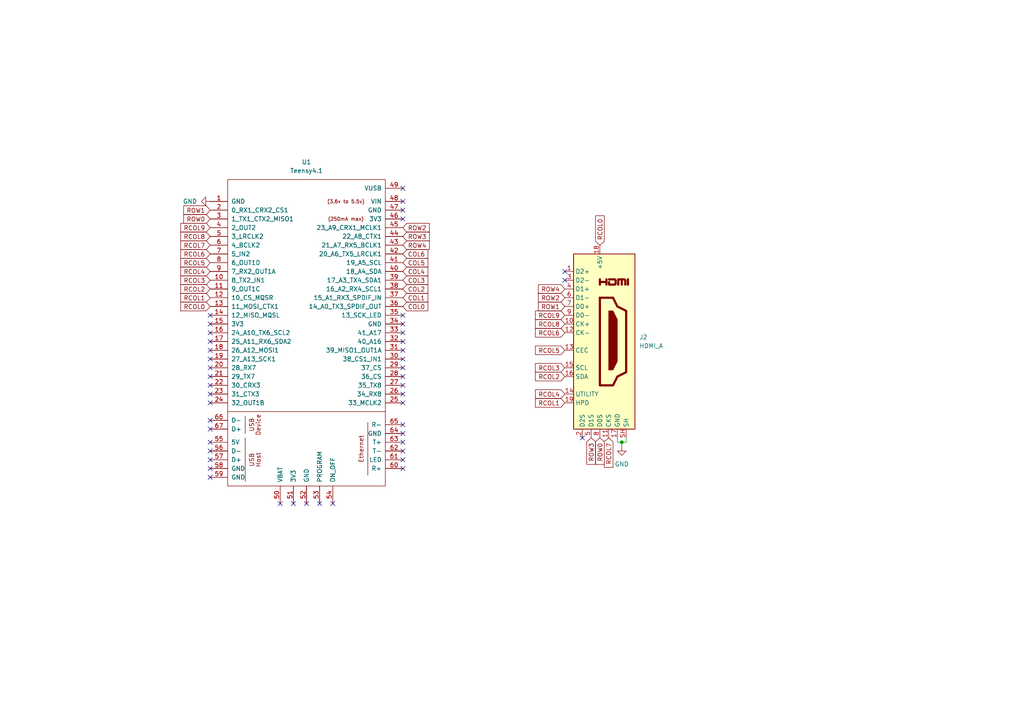
<source format=kicad_sch>
(kicad_sch (version 20231120) (generator "eeschema") (generator_version "8.0")
  (paper "A4")
  (lib_symbols
    (symbol "Connector:HDMI_A"
      (property "Reference" "J" (at -6.35 26.67 0))
      (property "Value" "HDMI_A" (at 10.16 26.67 0))
      (symbol "HDMI_A_0_0"
        (polyline (pts (xy 8.128 16.51) (xy 8.128 18.034)) (stroke (width 0.635)))
        (polyline (pts (xy 0 16.51) (xy 0 18.034) (xy 0 17.272) (xy 1.905 17.272) (xy 1.905 18.034) (xy 1.905 16.51)) (stroke (width 0.635)))
        (polyline (pts (xy 2.667 18.034) (xy 4.318 18.034) (xy 4.572 17.78) (xy 4.572 16.764) (xy 4.318 16.51) (xy 2.667 16.51) (xy 2.667 17.272)) (stroke (width 0.635)))
      )
      (symbol "HDMI_A_0_1"
        (rectangle (start -7.62 25.4) (end 10.16 -25.4) (stroke (width 0.254)) (fill (type background)))
        (polyline (pts (xy 2.54 8.89) (xy 3.81 8.89) (xy 5.08 6.35) (xy 5.08 -5.715) (xy 3.81 -8.255) (xy 2.54 -8.255) (xy 2.54 8.89)) (fill (type outline)))
        (polyline (pts (xy 5.334 16.51) (xy 5.334 18.034) (xy 6.35 18.034) (xy 6.35 16.51) (xy 6.35 18.034) (xy 7.112 18.034) (xy 7.366 17.78) (xy 7.366 16.51)) (stroke (width 0.635)))
        (polyline (pts (xy 0 12.7) (xy 0 -12.7) (xy 3.81 -12.7) (xy 5.08 -10.16) (xy 7.62 -8.89) (xy 7.62 8.89) (xy 5.08 10.16) (xy 3.81 12.7) (xy 0 12.7)) (stroke (width 0.635)))
      )
      (symbol "HDMI_A_1_1"
        (pin passive line (at -10.16 20.32 0) (length 2.54) (name "D2+") (number "1"))
        (pin passive line (at -10.16 5.08 0) (length 2.54) (name "CK+") (number "10"))
        (pin power_in line (at 2.54 -27.94 90) (length 2.54) (name "CKS") (number "11"))
        (pin passive line (at -10.16 2.54 0) (length 2.54) (name "CK-") (number "12"))
        (pin bidirectional line (at -10.16 -2.54 0) (length 2.54) (name "CEC") (number "13"))
        (pin passive line (at -10.16 -15.24 0) (length 2.54) (name "UTILITY") (number "14"))
        (pin passive line (at -10.16 -7.62 0) (length 2.54) (name "SCL") (number "15"))
        (pin bidirectional line (at -10.16 -10.16 0) (length 2.54) (name "SDA") (number "16"))
        (pin power_in line (at 5.08 -27.94 90) (length 2.54) (name "GND") (number "17"))
        (pin power_in line (at 0 27.94 270) (length 2.54) (name "+5V") (number "18"))
        (pin passive line (at -10.16 -17.78 0) (length 2.54) (name "HPD") (number "19"))
        (pin power_in line (at -5.08 -27.94 90) (length 2.54) (name "D2S") (number "2"))
        (pin passive line (at -10.16 17.78 0) (length 2.54) (name "D2-") (number "3"))
        (pin passive line (at -10.16 15.24 0) (length 2.54) (name "D1+") (number "4"))
        (pin power_in line (at -2.54 -27.94 90) (length 2.54) (name "D1S") (number "5"))
        (pin passive line (at -10.16 12.7 0) (length 2.54) (name "D1-") (number "6"))
        (pin passive line (at -10.16 10.16 0) (length 2.54) (name "D0+") (number "7"))
        (pin power_in line (at 0 -27.94 90) (length 2.54) (name "D0S") (number "8"))
        (pin passive line (at -10.16 7.62 0) (length 2.54) (name "D0-") (number "9"))
        (pin passive line (at 7.62 -27.94 90) (length 2.54) (name "SH") (number "SH"))
      )
    )
    (symbol "power:GND" (power) (pin_numbers hide) (pin_names (offset 0) hide)
      (property "Value" "GND" (at 0 -3.81 0))
      (symbol "GND_0_1"
        (polyline (pts (xy 0 0) (xy 0 -1.27) (xy 1.27 -1.27) (xy 0 -2.54) (xy -1.27 -1.27) (xy 0 -1.27)))
      )
      (symbol "GND_1_1"
        (pin power_in line (at 0 0 270) (length 0) (name "~") (number "1"))
      )
    )
    (symbol "teensy:Teensy4.1" (pin_names (offset 1.016))
      (property "Reference" "U" (at 0 64.77 0))
      (property "Value" "Teensy4.1" (at 0 62.23 0))
      (symbol "Teensy4.1_0_0"
        (polyline (pts (xy -22.86 -6.35) (xy 22.86 -6.35)))
        (polyline (pts (xy -17.78 -26.67) (xy -17.78 -13.97)))
        (polyline (pts (xy -17.78 -7.62) (xy -17.78 -12.7)))
        (polyline (pts (xy 17.78 -9.525) (xy 17.78 -24.765)))
        (text "(250mA max)" (at 11.43 49.53 0) (effects (font (size 1.016 1.016))))
        (text "(3.6v to 5.5v)" (at 11.43 54.61 0) (effects (font (size 1.016 1.016))))
        (text "Device" (at -13.97 -10.16 900) (effects (font (size 1.27 1.27))))
        (text "Ethernet" (at 15.875 -17.145 900) (effects (font (size 1.27 1.27))))
        (text "Host" (at -13.97 -20.32 900) (effects (font (size 1.27 1.27))))
        (text "USB" (at -15.875 -20.32 900) (effects (font (size 1.27 1.27))))
        (text "USB" (at -15.875 -10.16 900) (effects (font (size 1.27 1.27))))
        (pin bidirectional line (at -27.94 31.75 0) (length 5.08) (name "8_TX2_IN1") (number "10"))
        (pin bidirectional line (at -27.94 29.21 0) (length 5.08) (name "9_OUT1C") (number "11"))
        (pin bidirectional line (at -27.94 26.67 0) (length 5.08) (name "10_CS_MQSR") (number "12"))
        (pin bidirectional line (at -27.94 24.13 0) (length 5.08) (name "11_MOSI_CTX1") (number "13"))
        (pin bidirectional line (at -27.94 21.59 0) (length 5.08) (name "12_MISO_MQSL") (number "14"))
        (pin power_in line (at -27.94 19.05 0) (length 5.08) (name "3V3") (number "15"))
        (pin bidirectional line (at -27.94 16.51 0) (length 5.08) (name "24_A10_TX6_SCL2") (number "16"))
        (pin bidirectional line (at -27.94 13.97 0) (length 5.08) (name "25_A11_RX6_SDA2") (number "17"))
        (pin bidirectional line (at -27.94 11.43 0) (length 5.08) (name "26_A12_MOSI1") (number "18"))
        (pin bidirectional line (at -27.94 8.89 0) (length 5.08) (name "27_A13_SCK1") (number "19"))
        (pin bidirectional line (at -27.94 6.35 0) (length 5.08) (name "28_RX7") (number "20"))
        (pin bidirectional line (at -27.94 3.81 0) (length 5.08) (name "29_TX7") (number "21"))
        (pin bidirectional line (at -27.94 1.27 0) (length 5.08) (name "30_CRX3") (number "22"))
        (pin bidirectional line (at -27.94 -1.27 0) (length 5.08) (name "31_CTX3") (number "23"))
        (pin bidirectional line (at -27.94 -3.81 0) (length 5.08) (name "32_OUT1B") (number "24"))
        (pin bidirectional line (at 27.94 -3.81 180) (length 5.08) (name "33_MCLK2") (number "25"))
        (pin bidirectional line (at 27.94 -1.27 180) (length 5.08) (name "34_RX8") (number "26"))
        (pin bidirectional line (at 27.94 1.27 180) (length 5.08) (name "35_TX8") (number "27"))
        (pin bidirectional line (at 27.94 3.81 180) (length 5.08) (name "36_CS") (number "28"))
        (pin bidirectional line (at 27.94 6.35 180) (length 5.08) (name "37_CS") (number "29"))
        (pin bidirectional line (at 27.94 8.89 180) (length 5.08) (name "38_CS1_IN1") (number "30"))
        (pin bidirectional line (at 27.94 11.43 180) (length 5.08) (name "39_MISO1_OUT1A") (number "31"))
        (pin bidirectional line (at 27.94 13.97 180) (length 5.08) (name "40_A16") (number "32"))
        (pin bidirectional line (at 27.94 16.51 180) (length 5.08) (name "41_A17") (number "33"))
        (pin bidirectional line (at 27.94 21.59 180) (length 5.08) (name "13_SCK_LED") (number "35"))
        (pin bidirectional line (at 27.94 24.13 180) (length 5.08) (name "14_A0_TX3_SPDIF_OUT") (number "36"))
        (pin bidirectional line (at 27.94 26.67 180) (length 5.08) (name "15_A1_RX3_SPDIF_IN") (number "37"))
        (pin bidirectional line (at 27.94 29.21 180) (length 5.08) (name "16_A2_RX4_SCL1") (number "38"))
        (pin bidirectional line (at 27.94 31.75 180) (length 5.08) (name "17_A3_TX4_SDA1") (number "39"))
        (pin bidirectional line (at 27.94 34.29 180) (length 5.08) (name "18_A4_SDA") (number "40"))
        (pin bidirectional line (at 27.94 36.83 180) (length 5.08) (name "19_A5_SCL") (number "41"))
        (pin bidirectional line (at 27.94 39.37 180) (length 5.08) (name "20_A6_TX5_LRCLK1") (number "42"))
        (pin bidirectional line (at 27.94 41.91 180) (length 5.08) (name "21_A7_RX5_BCLK1") (number "43"))
        (pin bidirectional line (at 27.94 44.45 180) (length 5.08) (name "22_A8_CTX1") (number "44"))
        (pin bidirectional line (at 27.94 46.99 180) (length 5.08) (name "23_A9_CRX1_MCLK1") (number "45"))
        (pin output line (at 27.94 49.53 180) (length 5.08) (name "3V3") (number "46"))
        (pin output line (at 27.94 52.07 180) (length 5.08) (name "GND") (number "47"))
        (pin power_in line (at 27.94 54.61 180) (length 5.08) (name "VIN") (number "48"))
        (pin power_out line (at 27.94 58.42 180) (length 5.08) (name "VUSB") (number "49"))
        (pin bidirectional line (at -27.94 44.45 0) (length 5.08) (name "3_LRCLK2") (number "5"))
        (pin power_in line (at -7.62 -33.02 90) (length 5.08) (name "VBAT") (number "50"))
        (pin power_in line (at -3.81 -33.02 90) (length 5.08) (name "3V3") (number "51"))
        (pin input line (at 0 -33.02 90) (length 5.08) (name "GND") (number "52"))
        (pin input line (at 3.81 -33.02 90) (length 5.08) (name "PROGRAM") (number "53"))
        (pin input line (at 7.62 -33.02 90) (length 5.08) (name "ON_OFF") (number "54"))
        (pin power_out line (at -27.94 -15.24 0) (length 5.08) (name "5V") (number "55"))
        (pin bidirectional line (at -27.94 -17.78 0) (length 5.08) (name "D-") (number "56"))
        (pin bidirectional line (at -27.94 -20.32 0) (length 5.08) (name "D+") (number "57"))
        (pin power_in line (at -27.94 -22.86 0) (length 5.08) (name "GND") (number "58"))
        (pin power_in line (at -27.94 -25.4 0) (length 5.08) (name "GND") (number "59"))
        (pin bidirectional line (at -27.94 41.91 0) (length 5.08) (name "4_BCLK2") (number "6"))
        (pin bidirectional line (at 27.94 -22.86 180) (length 5.08) (name "R+") (number "60"))
        (pin bidirectional line (at 27.94 -20.32 180) (length 5.08) (name "LED") (number "61"))
        (pin bidirectional line (at 27.94 -17.78 180) (length 5.08) (name "T-") (number "62"))
        (pin bidirectional line (at 27.94 -15.24 180) (length 5.08) (name "T+") (number "63"))
        (pin power_in line (at 27.94 -12.7 180) (length 5.08) (name "GND") (number "64"))
        (pin bidirectional line (at 27.94 -10.16 180) (length 5.08) (name "R-") (number "65"))
        (pin bidirectional line (at -27.94 -8.89 0) (length 5.08) (name "D-") (number "66"))
        (pin bidirectional line (at -27.94 -11.43 0) (length 5.08) (name "D+") (number "67"))
        (pin bidirectional line (at -27.94 39.37 0) (length 5.08) (name "5_IN2") (number "7"))
        (pin bidirectional line (at -27.94 36.83 0) (length 5.08) (name "6_OUT1D") (number "8"))
        (pin bidirectional line (at -27.94 34.29 0) (length 5.08) (name "7_RX2_OUT1A") (number "9"))
      )
      (symbol "Teensy4.1_0_1"
        (rectangle (start -22.86 60.96) (end 22.86 -27.94))
        (rectangle (start -20.32 -1.27) (end -20.32 -1.27))
      )
      (symbol "Teensy4.1_1_1"
        (pin power_in line (at -27.94 54.61 0) (length 5.08) (name "GND") (number "1"))
        (pin bidirectional line (at -27.94 52.07 0) (length 5.08) (name "0_RX1_CRX2_CS1") (number "2"))
        (pin bidirectional line (at -27.94 49.53 0) (length 5.08) (name "1_TX1_CTX2_MISO1") (number "3"))
        (pin power_in line (at 27.94 19.05 180) (length 5.08) (name "GND") (number "34"))
        (pin bidirectional line (at -27.94 46.99 0) (length 5.08) (name "2_OUT2") (number "4"))
      )
    )
  )
  (junction (at 180.34 128.27))
  (no_connect (at 60.96 133.35))
  (no_connect (at 116.84 125.73))
  (no_connect (at 60.96 116.84))
  (no_connect (at 60.96 130.81))
  (no_connect (at 116.84 128.27))
  (no_connect (at 60.96 101.6))
  (no_connect (at 96.52 146.05))
  (no_connect (at 116.84 106.68))
  (no_connect (at 60.96 106.68))
  (no_connect (at 60.96 124.46))
  (no_connect (at 116.84 123.19))
  (no_connect (at 60.96 109.22))
  (no_connect (at 116.84 91.44))
  (no_connect (at 88.9 146.05))
  (no_connect (at 116.84 60.96))
  (no_connect (at 85.09 146.05))
  (no_connect (at 60.96 91.44))
  (no_connect (at 116.84 116.84))
  (no_connect (at 60.96 135.89))
  (no_connect (at 116.84 63.5))
  (no_connect (at 60.96 104.14))
  (no_connect (at 60.96 114.3))
  (no_connect (at 116.84 111.76))
  (no_connect (at 116.84 99.06))
  (no_connect (at 116.84 96.52))
  (no_connect (at 116.84 58.42))
  (no_connect (at 116.84 104.14))
  (no_connect (at 116.84 133.35))
  (no_connect (at 116.84 135.89))
  (no_connect (at 60.96 99.06))
  (no_connect (at 60.96 96.52))
  (no_connect (at 116.84 93.98))
  (no_connect (at 81.28 146.05))
  (no_connect (at 60.96 111.76))
  (no_connect (at 163.83 81.28))
  (no_connect (at 60.96 138.43))
  (no_connect (at 163.83 78.74))
  (no_connect (at 116.84 109.22))
  (no_connect (at 116.84 101.6))
  (no_connect (at 60.96 93.98))
  (no_connect (at 60.96 121.92))
  (no_connect (at 168.91 127))
  (no_connect (at 60.96 128.27))
  (no_connect (at 116.84 114.3))
  (no_connect (at 116.84 130.81))
  (no_connect (at 116.84 54.61))
  (no_connect (at 92.71 146.05))
  (wire (pts (xy 180.34 128.27) (xy 180.34 129.54)))
  (wire (pts (xy 179.07 128.27) (xy 180.34 128.27)))
  (wire (pts (xy 181.61 127) (xy 181.61 128.27)))
  (wire (pts (xy 181.61 128.27) (xy 180.34 128.27)))
  (wire (pts (xy 179.07 127) (xy 179.07 128.27)))
  (global_label "ROW1" (shape input) (at 163.83 88.9 180) (property "Intersheetrefs" "${INTERSHEET_REFS}" (effects (hide yes))))
  (global_label "ROW3" (shape input) (at 116.84 68.58 0) (property "Intersheetrefs" "${INTERSHEET_REFS}" (effects (hide yes))))
  (global_label "ROW1" (shape input) (at 60.96 60.96 180) (property "Intersheetrefs" "${INTERSHEET_REFS}" (effects (hide yes))))
  (global_label "ROW4" (shape input) (at 116.84 71.12 0) (property "Intersheetrefs" "${INTERSHEET_REFS}" (effects (hide yes))))
  (global_label "COL0" (shape input) (at 116.84 88.9 0) (property "Intersheetrefs" "${INTERSHEET_REFS}" (effects (hide yes))))
  (global_label "ROW3" (shape input) (at 171.45 127 270) (property "Intersheetrefs" "${INTERSHEET_REFS}" (effects (hide yes))))
  (global_label "RCOL2" (shape input) (at 163.83 109.22 180) (property "Intersheetrefs" "${INTERSHEET_REFS}" (effects (hide yes))))
  (global_label "COL4" (shape input) (at 116.84 78.74 0) (property "Intersheetrefs" "${INTERSHEET_REFS}" (effects (hide yes))))
  (global_label "RCOL8" (shape input) (at 60.96 68.58 180) (property "Intersheetrefs" "${INTERSHEET_REFS}" (effects (hide yes))))
  (global_label "RCOL4" (shape input) (at 60.96 78.74 180) (property "Intersheetrefs" "${INTERSHEET_REFS}" (effects (hide yes))))
  (global_label "COL6" (shape input) (at 116.84 73.66 0) (property "Intersheetrefs" "${INTERSHEET_REFS}" (effects (hide yes))))
  (global_label "RCOL4" (shape input) (at 163.83 114.3 180) (property "Intersheetrefs" "${INTERSHEET_REFS}" (effects (hide yes))))
  (global_label "RCOL1" (shape input) (at 60.96 86.36 180) (property "Intersheetrefs" "${INTERSHEET_REFS}" (effects (hide yes))))
  (global_label "RCOL0" (shape input) (at 173.99 71.12 90) (property "Intersheetrefs" "${INTERSHEET_REFS}" (effects (hide yes))))
  (global_label "RCOL3" (shape input) (at 60.96 81.28 180) (property "Intersheetrefs" "${INTERSHEET_REFS}" (effects (hide yes))))
  (global_label "RCOL8" (shape input) (at 163.83 93.98 180) (property "Intersheetrefs" "${INTERSHEET_REFS}" (effects (hide yes))))
  (global_label "RCOL6" (shape input) (at 60.96 73.66 180) (property "Intersheetrefs" "${INTERSHEET_REFS}" (effects (hide yes))))
  (global_label "RCOL1" (shape input) (at 163.83 116.84 180) (property "Intersheetrefs" "${INTERSHEET_REFS}" (effects (hide yes))))
  (global_label "RCOL7" (shape input) (at 176.53 127 270) (property "Intersheetrefs" "${INTERSHEET_REFS}" (effects (hide yes))))
  (global_label "RCOL9" (shape input) (at 163.83 91.44 180) (property "Intersheetrefs" "${INTERSHEET_REFS}" (effects (hide yes))))
  (global_label "RCOL9" (shape input) (at 60.96 66.04 180) (property "Intersheetrefs" "${INTERSHEET_REFS}" (effects (hide yes))))
  (global_label "ROW0" (shape input) (at 60.96 63.5 180) (property "Intersheetrefs" "${INTERSHEET_REFS}" (effects (hide yes))))
  (global_label "RCOL6" (shape input) (at 163.83 96.52 180) (property "Intersheetrefs" "${INTERSHEET_REFS}" (effects (hide yes))))
  (global_label "RCOL5" (shape input) (at 163.83 101.6 180) (property "Intersheetrefs" "${INTERSHEET_REFS}" (effects (hide yes))))
  (global_label "RCOL3" (shape input) (at 163.83 106.68 180) (property "Intersheetrefs" "${INTERSHEET_REFS}" (effects (hide yes))))
  (global_label "ROW4" (shape input) (at 163.83 83.82 180) (property "Intersheetrefs" "${INTERSHEET_REFS}" (effects (hide yes))))
  (global_label "ROW2" (shape input) (at 116.84 66.04 0) (property "Intersheetrefs" "${INTERSHEET_REFS}" (effects (hide yes))))
  (global_label "RCOL0" (shape input) (at 60.96 88.9 180) (property "Intersheetrefs" "${INTERSHEET_REFS}" (effects (hide yes))))
  (global_label "ROW0" (shape input) (at 173.99 127 270) (property "Intersheetrefs" "${INTERSHEET_REFS}" (effects (hide yes))))
  (global_label "RCOL2" (shape input) (at 60.96 83.82 180) (property "Intersheetrefs" "${INTERSHEET_REFS}" (effects (hide yes))))
  (global_label "ROW2" (shape input) (at 163.83 86.36 180) (property "Intersheetrefs" "${INTERSHEET_REFS}" (effects (hide yes))))
  (global_label "COL1" (shape input) (at 116.84 86.36 0) (property "Intersheetrefs" "${INTERSHEET_REFS}" (effects (hide yes))))
  (global_label "COL5" (shape input) (at 116.84 76.2 0) (property "Intersheetrefs" "${INTERSHEET_REFS}" (effects (hide yes))))
  (global_label "RCOL7" (shape input) (at 60.96 71.12 180) (property "Intersheetrefs" "${INTERSHEET_REFS}" (effects (hide yes))))
  (global_label "COL3" (shape input) (at 116.84 81.28 0) (property "Intersheetrefs" "${INTERSHEET_REFS}" (effects (hide yes))))
  (global_label "COL2" (shape input) (at 116.84 83.82 0) (property "Intersheetrefs" "${INTERSHEET_REFS}" (effects (hide yes))))
  (global_label "RCOL5" (shape input) (at 60.96 76.2 180) (property "Intersheetrefs" "${INTERSHEET_REFS}" (effects (hide yes))))
  (symbol (lib_id "power:GND") (at 180.34 129.54 0) (unit 1)
    (property "Reference" "#PWR02" (effects (hide yes)))
    (property "Value" "GND" (at 180.34 134.62 0))
    (property "Description" "Power symbol creates a global label with name \"GND\" , ground" (effects (hide yes)))
  )
  (symbol (lib_id "teensy:Teensy4.1") (at 88.9 113.03 0) (unit 1) (in_bom no)
    (property "Reference" "U1" (at 88.9 46.99 0))
    (property "Value" "Teensy4.1" (at 88.9 49.53 0))
    (property "Footprint" "teensy:Teensy41" (effects (hide yes)))
  )
  (symbol (lib_id "Connector:HDMI_A") (at 173.99 99.06 0) (unit 1)
    (property "Reference" "J2" (at 185.42 97.7899 0) (effects (justify left)))
    (property "Value" "HDMI_A" (at 185.42 100.3299 0) (effects (justify left)))
    (property "Footprint" "Connector_Video:HDMI_A_Amphenol_10029449-x01xLF_Horizontal" (effects (hide yes)))
    (property "Datasheet" "https://en.wikipedia.org/wiki/HDMI" (effects (hide yes)))
    (property "Description" "HDMI type A connector" (effects (hide yes)))
    (property "LCSC" "C427307" (effects (hide yes)))
  )
  (symbol (lib_id "power:GND") (at 60.96 58.42 270) (unit 1)
    (property "Reference" "#PWR01" (effects (hide yes)))
    (property "Value" "GND" (at 57.15 58.4199 90) (effects (justify right)))
    (property "Description" "Power symbol creates a global label with name \"GND\" , ground" (effects (hide yes)))
  )
)
</source>
